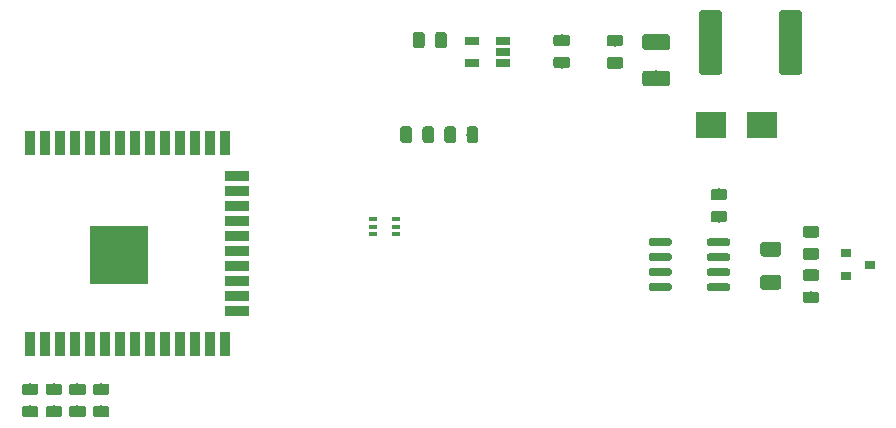
<source format=gbr>
G04 #@! TF.GenerationSoftware,KiCad,Pcbnew,(5.1.0)-1*
G04 #@! TF.CreationDate,2021-02-18T11:37:16+07:00*
G04 #@! TF.ProjectId,ESP32_BoardV1,45535033-325f-4426-9f61-726456312e6b,rev?*
G04 #@! TF.SameCoordinates,Original*
G04 #@! TF.FileFunction,Paste,Top*
G04 #@! TF.FilePolarity,Positive*
%FSLAX46Y46*%
G04 Gerber Fmt 4.6, Leading zero omitted, Abs format (unit mm)*
G04 Created by KiCad (PCBNEW (5.1.0)-1) date 2021-02-18 11:37:16*
%MOMM*%
%LPD*%
G04 APERTURE LIST*
%ADD10C,0.100000*%
%ADD11C,1.325000*%
%ADD12R,2.500000X2.300000*%
%ADD13R,0.900000X0.800000*%
%ADD14R,0.650000X0.400000*%
%ADD15C,1.250000*%
%ADD16C,0.600000*%
%ADD17R,5.000000X5.000000*%
%ADD18R,0.900000X2.000000*%
%ADD19R,2.000000X0.900000*%
%ADD20C,0.975000*%
%ADD21R,1.220000X0.650000*%
%ADD22C,1.925000*%
G04 APERTURE END LIST*
D10*
G36*
X187449505Y-94301204D02*
G01*
X187473773Y-94304804D01*
X187497572Y-94310765D01*
X187520671Y-94319030D01*
X187542850Y-94329520D01*
X187563893Y-94342132D01*
X187583599Y-94356747D01*
X187601777Y-94373223D01*
X187618253Y-94391401D01*
X187632868Y-94411107D01*
X187645480Y-94432150D01*
X187655970Y-94454329D01*
X187664235Y-94477428D01*
X187670196Y-94501227D01*
X187673796Y-94525495D01*
X187675000Y-94549999D01*
X187675000Y-95375001D01*
X187673796Y-95399505D01*
X187670196Y-95423773D01*
X187664235Y-95447572D01*
X187655970Y-95470671D01*
X187645480Y-95492850D01*
X187632868Y-95513893D01*
X187618253Y-95533599D01*
X187601777Y-95551777D01*
X187583599Y-95568253D01*
X187563893Y-95582868D01*
X187542850Y-95595480D01*
X187520671Y-95605970D01*
X187497572Y-95614235D01*
X187473773Y-95620196D01*
X187449505Y-95623796D01*
X187425001Y-95625000D01*
X185574999Y-95625000D01*
X185550495Y-95623796D01*
X185526227Y-95620196D01*
X185502428Y-95614235D01*
X185479329Y-95605970D01*
X185457150Y-95595480D01*
X185436107Y-95582868D01*
X185416401Y-95568253D01*
X185398223Y-95551777D01*
X185381747Y-95533599D01*
X185367132Y-95513893D01*
X185354520Y-95492850D01*
X185344030Y-95470671D01*
X185335765Y-95447572D01*
X185329804Y-95423773D01*
X185326204Y-95399505D01*
X185325000Y-95375001D01*
X185325000Y-94549999D01*
X185326204Y-94525495D01*
X185329804Y-94501227D01*
X185335765Y-94477428D01*
X185344030Y-94454329D01*
X185354520Y-94432150D01*
X185367132Y-94411107D01*
X185381747Y-94391401D01*
X185398223Y-94373223D01*
X185416401Y-94356747D01*
X185436107Y-94342132D01*
X185457150Y-94329520D01*
X185479329Y-94319030D01*
X185502428Y-94310765D01*
X185526227Y-94304804D01*
X185550495Y-94301204D01*
X185574999Y-94300000D01*
X187425001Y-94300000D01*
X187449505Y-94301204D01*
X187449505Y-94301204D01*
G37*
D11*
X186500000Y-94962500D03*
D10*
G36*
X187449505Y-97376204D02*
G01*
X187473773Y-97379804D01*
X187497572Y-97385765D01*
X187520671Y-97394030D01*
X187542850Y-97404520D01*
X187563893Y-97417132D01*
X187583599Y-97431747D01*
X187601777Y-97448223D01*
X187618253Y-97466401D01*
X187632868Y-97486107D01*
X187645480Y-97507150D01*
X187655970Y-97529329D01*
X187664235Y-97552428D01*
X187670196Y-97576227D01*
X187673796Y-97600495D01*
X187675000Y-97624999D01*
X187675000Y-98450001D01*
X187673796Y-98474505D01*
X187670196Y-98498773D01*
X187664235Y-98522572D01*
X187655970Y-98545671D01*
X187645480Y-98567850D01*
X187632868Y-98588893D01*
X187618253Y-98608599D01*
X187601777Y-98626777D01*
X187583599Y-98643253D01*
X187563893Y-98657868D01*
X187542850Y-98670480D01*
X187520671Y-98680970D01*
X187497572Y-98689235D01*
X187473773Y-98695196D01*
X187449505Y-98698796D01*
X187425001Y-98700000D01*
X185574999Y-98700000D01*
X185550495Y-98698796D01*
X185526227Y-98695196D01*
X185502428Y-98689235D01*
X185479329Y-98680970D01*
X185457150Y-98670480D01*
X185436107Y-98657868D01*
X185416401Y-98643253D01*
X185398223Y-98626777D01*
X185381747Y-98608599D01*
X185367132Y-98588893D01*
X185354520Y-98567850D01*
X185344030Y-98545671D01*
X185335765Y-98522572D01*
X185329804Y-98498773D01*
X185326204Y-98474505D01*
X185325000Y-98450001D01*
X185325000Y-97624999D01*
X185326204Y-97600495D01*
X185329804Y-97576227D01*
X185335765Y-97552428D01*
X185344030Y-97529329D01*
X185354520Y-97507150D01*
X185367132Y-97486107D01*
X185381747Y-97466401D01*
X185398223Y-97448223D01*
X185416401Y-97431747D01*
X185436107Y-97417132D01*
X185457150Y-97404520D01*
X185479329Y-97394030D01*
X185502428Y-97385765D01*
X185526227Y-97379804D01*
X185550495Y-97376204D01*
X185574999Y-97375000D01*
X187425001Y-97375000D01*
X187449505Y-97376204D01*
X187449505Y-97376204D01*
G37*
D11*
X186500000Y-98037500D03*
D12*
X191150000Y-102000000D03*
X195450000Y-102000000D03*
D13*
X202600000Y-112850000D03*
X202600000Y-114750000D03*
X204600000Y-113800000D03*
D14*
X164450000Y-111250000D03*
X164450000Y-109950000D03*
X162550000Y-110600000D03*
X164450000Y-110600000D03*
X162550000Y-109950000D03*
X162550000Y-111250000D03*
D10*
G36*
X196849504Y-114676204D02*
G01*
X196873773Y-114679804D01*
X196897571Y-114685765D01*
X196920671Y-114694030D01*
X196942849Y-114704520D01*
X196963893Y-114717133D01*
X196983598Y-114731747D01*
X197001777Y-114748223D01*
X197018253Y-114766402D01*
X197032867Y-114786107D01*
X197045480Y-114807151D01*
X197055970Y-114829329D01*
X197064235Y-114852429D01*
X197070196Y-114876227D01*
X197073796Y-114900496D01*
X197075000Y-114925000D01*
X197075000Y-115675000D01*
X197073796Y-115699504D01*
X197070196Y-115723773D01*
X197064235Y-115747571D01*
X197055970Y-115770671D01*
X197045480Y-115792849D01*
X197032867Y-115813893D01*
X197018253Y-115833598D01*
X197001777Y-115851777D01*
X196983598Y-115868253D01*
X196963893Y-115882867D01*
X196942849Y-115895480D01*
X196920671Y-115905970D01*
X196897571Y-115914235D01*
X196873773Y-115920196D01*
X196849504Y-115923796D01*
X196825000Y-115925000D01*
X195575000Y-115925000D01*
X195550496Y-115923796D01*
X195526227Y-115920196D01*
X195502429Y-115914235D01*
X195479329Y-115905970D01*
X195457151Y-115895480D01*
X195436107Y-115882867D01*
X195416402Y-115868253D01*
X195398223Y-115851777D01*
X195381747Y-115833598D01*
X195367133Y-115813893D01*
X195354520Y-115792849D01*
X195344030Y-115770671D01*
X195335765Y-115747571D01*
X195329804Y-115723773D01*
X195326204Y-115699504D01*
X195325000Y-115675000D01*
X195325000Y-114925000D01*
X195326204Y-114900496D01*
X195329804Y-114876227D01*
X195335765Y-114852429D01*
X195344030Y-114829329D01*
X195354520Y-114807151D01*
X195367133Y-114786107D01*
X195381747Y-114766402D01*
X195398223Y-114748223D01*
X195416402Y-114731747D01*
X195436107Y-114717133D01*
X195457151Y-114704520D01*
X195479329Y-114694030D01*
X195502429Y-114685765D01*
X195526227Y-114679804D01*
X195550496Y-114676204D01*
X195575000Y-114675000D01*
X196825000Y-114675000D01*
X196849504Y-114676204D01*
X196849504Y-114676204D01*
G37*
D15*
X196200000Y-115300000D03*
D10*
G36*
X196849504Y-111876204D02*
G01*
X196873773Y-111879804D01*
X196897571Y-111885765D01*
X196920671Y-111894030D01*
X196942849Y-111904520D01*
X196963893Y-111917133D01*
X196983598Y-111931747D01*
X197001777Y-111948223D01*
X197018253Y-111966402D01*
X197032867Y-111986107D01*
X197045480Y-112007151D01*
X197055970Y-112029329D01*
X197064235Y-112052429D01*
X197070196Y-112076227D01*
X197073796Y-112100496D01*
X197075000Y-112125000D01*
X197075000Y-112875000D01*
X197073796Y-112899504D01*
X197070196Y-112923773D01*
X197064235Y-112947571D01*
X197055970Y-112970671D01*
X197045480Y-112992849D01*
X197032867Y-113013893D01*
X197018253Y-113033598D01*
X197001777Y-113051777D01*
X196983598Y-113068253D01*
X196963893Y-113082867D01*
X196942849Y-113095480D01*
X196920671Y-113105970D01*
X196897571Y-113114235D01*
X196873773Y-113120196D01*
X196849504Y-113123796D01*
X196825000Y-113125000D01*
X195575000Y-113125000D01*
X195550496Y-113123796D01*
X195526227Y-113120196D01*
X195502429Y-113114235D01*
X195479329Y-113105970D01*
X195457151Y-113095480D01*
X195436107Y-113082867D01*
X195416402Y-113068253D01*
X195398223Y-113051777D01*
X195381747Y-113033598D01*
X195367133Y-113013893D01*
X195354520Y-112992849D01*
X195344030Y-112970671D01*
X195335765Y-112947571D01*
X195329804Y-112923773D01*
X195326204Y-112899504D01*
X195325000Y-112875000D01*
X195325000Y-112125000D01*
X195326204Y-112100496D01*
X195329804Y-112076227D01*
X195335765Y-112052429D01*
X195344030Y-112029329D01*
X195354520Y-112007151D01*
X195367133Y-111986107D01*
X195381747Y-111966402D01*
X195398223Y-111948223D01*
X195416402Y-111931747D01*
X195436107Y-111917133D01*
X195457151Y-111904520D01*
X195479329Y-111894030D01*
X195502429Y-111885765D01*
X195526227Y-111879804D01*
X195550496Y-111876204D01*
X195575000Y-111875000D01*
X196825000Y-111875000D01*
X196849504Y-111876204D01*
X196849504Y-111876204D01*
G37*
D15*
X196200000Y-112500000D03*
D10*
G36*
X187664703Y-111595722D02*
G01*
X187679264Y-111597882D01*
X187693543Y-111601459D01*
X187707403Y-111606418D01*
X187720710Y-111612712D01*
X187733336Y-111620280D01*
X187745159Y-111629048D01*
X187756066Y-111638934D01*
X187765952Y-111649841D01*
X187774720Y-111661664D01*
X187782288Y-111674290D01*
X187788582Y-111687597D01*
X187793541Y-111701457D01*
X187797118Y-111715736D01*
X187799278Y-111730297D01*
X187800000Y-111745000D01*
X187800000Y-112045000D01*
X187799278Y-112059703D01*
X187797118Y-112074264D01*
X187793541Y-112088543D01*
X187788582Y-112102403D01*
X187782288Y-112115710D01*
X187774720Y-112128336D01*
X187765952Y-112140159D01*
X187756066Y-112151066D01*
X187745159Y-112160952D01*
X187733336Y-112169720D01*
X187720710Y-112177288D01*
X187707403Y-112183582D01*
X187693543Y-112188541D01*
X187679264Y-112192118D01*
X187664703Y-112194278D01*
X187650000Y-112195000D01*
X186000000Y-112195000D01*
X185985297Y-112194278D01*
X185970736Y-112192118D01*
X185956457Y-112188541D01*
X185942597Y-112183582D01*
X185929290Y-112177288D01*
X185916664Y-112169720D01*
X185904841Y-112160952D01*
X185893934Y-112151066D01*
X185884048Y-112140159D01*
X185875280Y-112128336D01*
X185867712Y-112115710D01*
X185861418Y-112102403D01*
X185856459Y-112088543D01*
X185852882Y-112074264D01*
X185850722Y-112059703D01*
X185850000Y-112045000D01*
X185850000Y-111745000D01*
X185850722Y-111730297D01*
X185852882Y-111715736D01*
X185856459Y-111701457D01*
X185861418Y-111687597D01*
X185867712Y-111674290D01*
X185875280Y-111661664D01*
X185884048Y-111649841D01*
X185893934Y-111638934D01*
X185904841Y-111629048D01*
X185916664Y-111620280D01*
X185929290Y-111612712D01*
X185942597Y-111606418D01*
X185956457Y-111601459D01*
X185970736Y-111597882D01*
X185985297Y-111595722D01*
X186000000Y-111595000D01*
X187650000Y-111595000D01*
X187664703Y-111595722D01*
X187664703Y-111595722D01*
G37*
D16*
X186825000Y-111895000D03*
D10*
G36*
X187664703Y-112865722D02*
G01*
X187679264Y-112867882D01*
X187693543Y-112871459D01*
X187707403Y-112876418D01*
X187720710Y-112882712D01*
X187733336Y-112890280D01*
X187745159Y-112899048D01*
X187756066Y-112908934D01*
X187765952Y-112919841D01*
X187774720Y-112931664D01*
X187782288Y-112944290D01*
X187788582Y-112957597D01*
X187793541Y-112971457D01*
X187797118Y-112985736D01*
X187799278Y-113000297D01*
X187800000Y-113015000D01*
X187800000Y-113315000D01*
X187799278Y-113329703D01*
X187797118Y-113344264D01*
X187793541Y-113358543D01*
X187788582Y-113372403D01*
X187782288Y-113385710D01*
X187774720Y-113398336D01*
X187765952Y-113410159D01*
X187756066Y-113421066D01*
X187745159Y-113430952D01*
X187733336Y-113439720D01*
X187720710Y-113447288D01*
X187707403Y-113453582D01*
X187693543Y-113458541D01*
X187679264Y-113462118D01*
X187664703Y-113464278D01*
X187650000Y-113465000D01*
X186000000Y-113465000D01*
X185985297Y-113464278D01*
X185970736Y-113462118D01*
X185956457Y-113458541D01*
X185942597Y-113453582D01*
X185929290Y-113447288D01*
X185916664Y-113439720D01*
X185904841Y-113430952D01*
X185893934Y-113421066D01*
X185884048Y-113410159D01*
X185875280Y-113398336D01*
X185867712Y-113385710D01*
X185861418Y-113372403D01*
X185856459Y-113358543D01*
X185852882Y-113344264D01*
X185850722Y-113329703D01*
X185850000Y-113315000D01*
X185850000Y-113015000D01*
X185850722Y-113000297D01*
X185852882Y-112985736D01*
X185856459Y-112971457D01*
X185861418Y-112957597D01*
X185867712Y-112944290D01*
X185875280Y-112931664D01*
X185884048Y-112919841D01*
X185893934Y-112908934D01*
X185904841Y-112899048D01*
X185916664Y-112890280D01*
X185929290Y-112882712D01*
X185942597Y-112876418D01*
X185956457Y-112871459D01*
X185970736Y-112867882D01*
X185985297Y-112865722D01*
X186000000Y-112865000D01*
X187650000Y-112865000D01*
X187664703Y-112865722D01*
X187664703Y-112865722D01*
G37*
D16*
X186825000Y-113165000D03*
D10*
G36*
X187664703Y-114135722D02*
G01*
X187679264Y-114137882D01*
X187693543Y-114141459D01*
X187707403Y-114146418D01*
X187720710Y-114152712D01*
X187733336Y-114160280D01*
X187745159Y-114169048D01*
X187756066Y-114178934D01*
X187765952Y-114189841D01*
X187774720Y-114201664D01*
X187782288Y-114214290D01*
X187788582Y-114227597D01*
X187793541Y-114241457D01*
X187797118Y-114255736D01*
X187799278Y-114270297D01*
X187800000Y-114285000D01*
X187800000Y-114585000D01*
X187799278Y-114599703D01*
X187797118Y-114614264D01*
X187793541Y-114628543D01*
X187788582Y-114642403D01*
X187782288Y-114655710D01*
X187774720Y-114668336D01*
X187765952Y-114680159D01*
X187756066Y-114691066D01*
X187745159Y-114700952D01*
X187733336Y-114709720D01*
X187720710Y-114717288D01*
X187707403Y-114723582D01*
X187693543Y-114728541D01*
X187679264Y-114732118D01*
X187664703Y-114734278D01*
X187650000Y-114735000D01*
X186000000Y-114735000D01*
X185985297Y-114734278D01*
X185970736Y-114732118D01*
X185956457Y-114728541D01*
X185942597Y-114723582D01*
X185929290Y-114717288D01*
X185916664Y-114709720D01*
X185904841Y-114700952D01*
X185893934Y-114691066D01*
X185884048Y-114680159D01*
X185875280Y-114668336D01*
X185867712Y-114655710D01*
X185861418Y-114642403D01*
X185856459Y-114628543D01*
X185852882Y-114614264D01*
X185850722Y-114599703D01*
X185850000Y-114585000D01*
X185850000Y-114285000D01*
X185850722Y-114270297D01*
X185852882Y-114255736D01*
X185856459Y-114241457D01*
X185861418Y-114227597D01*
X185867712Y-114214290D01*
X185875280Y-114201664D01*
X185884048Y-114189841D01*
X185893934Y-114178934D01*
X185904841Y-114169048D01*
X185916664Y-114160280D01*
X185929290Y-114152712D01*
X185942597Y-114146418D01*
X185956457Y-114141459D01*
X185970736Y-114137882D01*
X185985297Y-114135722D01*
X186000000Y-114135000D01*
X187650000Y-114135000D01*
X187664703Y-114135722D01*
X187664703Y-114135722D01*
G37*
D16*
X186825000Y-114435000D03*
D10*
G36*
X187664703Y-115405722D02*
G01*
X187679264Y-115407882D01*
X187693543Y-115411459D01*
X187707403Y-115416418D01*
X187720710Y-115422712D01*
X187733336Y-115430280D01*
X187745159Y-115439048D01*
X187756066Y-115448934D01*
X187765952Y-115459841D01*
X187774720Y-115471664D01*
X187782288Y-115484290D01*
X187788582Y-115497597D01*
X187793541Y-115511457D01*
X187797118Y-115525736D01*
X187799278Y-115540297D01*
X187800000Y-115555000D01*
X187800000Y-115855000D01*
X187799278Y-115869703D01*
X187797118Y-115884264D01*
X187793541Y-115898543D01*
X187788582Y-115912403D01*
X187782288Y-115925710D01*
X187774720Y-115938336D01*
X187765952Y-115950159D01*
X187756066Y-115961066D01*
X187745159Y-115970952D01*
X187733336Y-115979720D01*
X187720710Y-115987288D01*
X187707403Y-115993582D01*
X187693543Y-115998541D01*
X187679264Y-116002118D01*
X187664703Y-116004278D01*
X187650000Y-116005000D01*
X186000000Y-116005000D01*
X185985297Y-116004278D01*
X185970736Y-116002118D01*
X185956457Y-115998541D01*
X185942597Y-115993582D01*
X185929290Y-115987288D01*
X185916664Y-115979720D01*
X185904841Y-115970952D01*
X185893934Y-115961066D01*
X185884048Y-115950159D01*
X185875280Y-115938336D01*
X185867712Y-115925710D01*
X185861418Y-115912403D01*
X185856459Y-115898543D01*
X185852882Y-115884264D01*
X185850722Y-115869703D01*
X185850000Y-115855000D01*
X185850000Y-115555000D01*
X185850722Y-115540297D01*
X185852882Y-115525736D01*
X185856459Y-115511457D01*
X185861418Y-115497597D01*
X185867712Y-115484290D01*
X185875280Y-115471664D01*
X185884048Y-115459841D01*
X185893934Y-115448934D01*
X185904841Y-115439048D01*
X185916664Y-115430280D01*
X185929290Y-115422712D01*
X185942597Y-115416418D01*
X185956457Y-115411459D01*
X185970736Y-115407882D01*
X185985297Y-115405722D01*
X186000000Y-115405000D01*
X187650000Y-115405000D01*
X187664703Y-115405722D01*
X187664703Y-115405722D01*
G37*
D16*
X186825000Y-115705000D03*
D10*
G36*
X192614703Y-115405722D02*
G01*
X192629264Y-115407882D01*
X192643543Y-115411459D01*
X192657403Y-115416418D01*
X192670710Y-115422712D01*
X192683336Y-115430280D01*
X192695159Y-115439048D01*
X192706066Y-115448934D01*
X192715952Y-115459841D01*
X192724720Y-115471664D01*
X192732288Y-115484290D01*
X192738582Y-115497597D01*
X192743541Y-115511457D01*
X192747118Y-115525736D01*
X192749278Y-115540297D01*
X192750000Y-115555000D01*
X192750000Y-115855000D01*
X192749278Y-115869703D01*
X192747118Y-115884264D01*
X192743541Y-115898543D01*
X192738582Y-115912403D01*
X192732288Y-115925710D01*
X192724720Y-115938336D01*
X192715952Y-115950159D01*
X192706066Y-115961066D01*
X192695159Y-115970952D01*
X192683336Y-115979720D01*
X192670710Y-115987288D01*
X192657403Y-115993582D01*
X192643543Y-115998541D01*
X192629264Y-116002118D01*
X192614703Y-116004278D01*
X192600000Y-116005000D01*
X190950000Y-116005000D01*
X190935297Y-116004278D01*
X190920736Y-116002118D01*
X190906457Y-115998541D01*
X190892597Y-115993582D01*
X190879290Y-115987288D01*
X190866664Y-115979720D01*
X190854841Y-115970952D01*
X190843934Y-115961066D01*
X190834048Y-115950159D01*
X190825280Y-115938336D01*
X190817712Y-115925710D01*
X190811418Y-115912403D01*
X190806459Y-115898543D01*
X190802882Y-115884264D01*
X190800722Y-115869703D01*
X190800000Y-115855000D01*
X190800000Y-115555000D01*
X190800722Y-115540297D01*
X190802882Y-115525736D01*
X190806459Y-115511457D01*
X190811418Y-115497597D01*
X190817712Y-115484290D01*
X190825280Y-115471664D01*
X190834048Y-115459841D01*
X190843934Y-115448934D01*
X190854841Y-115439048D01*
X190866664Y-115430280D01*
X190879290Y-115422712D01*
X190892597Y-115416418D01*
X190906457Y-115411459D01*
X190920736Y-115407882D01*
X190935297Y-115405722D01*
X190950000Y-115405000D01*
X192600000Y-115405000D01*
X192614703Y-115405722D01*
X192614703Y-115405722D01*
G37*
D16*
X191775000Y-115705000D03*
D10*
G36*
X192614703Y-114135722D02*
G01*
X192629264Y-114137882D01*
X192643543Y-114141459D01*
X192657403Y-114146418D01*
X192670710Y-114152712D01*
X192683336Y-114160280D01*
X192695159Y-114169048D01*
X192706066Y-114178934D01*
X192715952Y-114189841D01*
X192724720Y-114201664D01*
X192732288Y-114214290D01*
X192738582Y-114227597D01*
X192743541Y-114241457D01*
X192747118Y-114255736D01*
X192749278Y-114270297D01*
X192750000Y-114285000D01*
X192750000Y-114585000D01*
X192749278Y-114599703D01*
X192747118Y-114614264D01*
X192743541Y-114628543D01*
X192738582Y-114642403D01*
X192732288Y-114655710D01*
X192724720Y-114668336D01*
X192715952Y-114680159D01*
X192706066Y-114691066D01*
X192695159Y-114700952D01*
X192683336Y-114709720D01*
X192670710Y-114717288D01*
X192657403Y-114723582D01*
X192643543Y-114728541D01*
X192629264Y-114732118D01*
X192614703Y-114734278D01*
X192600000Y-114735000D01*
X190950000Y-114735000D01*
X190935297Y-114734278D01*
X190920736Y-114732118D01*
X190906457Y-114728541D01*
X190892597Y-114723582D01*
X190879290Y-114717288D01*
X190866664Y-114709720D01*
X190854841Y-114700952D01*
X190843934Y-114691066D01*
X190834048Y-114680159D01*
X190825280Y-114668336D01*
X190817712Y-114655710D01*
X190811418Y-114642403D01*
X190806459Y-114628543D01*
X190802882Y-114614264D01*
X190800722Y-114599703D01*
X190800000Y-114585000D01*
X190800000Y-114285000D01*
X190800722Y-114270297D01*
X190802882Y-114255736D01*
X190806459Y-114241457D01*
X190811418Y-114227597D01*
X190817712Y-114214290D01*
X190825280Y-114201664D01*
X190834048Y-114189841D01*
X190843934Y-114178934D01*
X190854841Y-114169048D01*
X190866664Y-114160280D01*
X190879290Y-114152712D01*
X190892597Y-114146418D01*
X190906457Y-114141459D01*
X190920736Y-114137882D01*
X190935297Y-114135722D01*
X190950000Y-114135000D01*
X192600000Y-114135000D01*
X192614703Y-114135722D01*
X192614703Y-114135722D01*
G37*
D16*
X191775000Y-114435000D03*
D10*
G36*
X192614703Y-112865722D02*
G01*
X192629264Y-112867882D01*
X192643543Y-112871459D01*
X192657403Y-112876418D01*
X192670710Y-112882712D01*
X192683336Y-112890280D01*
X192695159Y-112899048D01*
X192706066Y-112908934D01*
X192715952Y-112919841D01*
X192724720Y-112931664D01*
X192732288Y-112944290D01*
X192738582Y-112957597D01*
X192743541Y-112971457D01*
X192747118Y-112985736D01*
X192749278Y-113000297D01*
X192750000Y-113015000D01*
X192750000Y-113315000D01*
X192749278Y-113329703D01*
X192747118Y-113344264D01*
X192743541Y-113358543D01*
X192738582Y-113372403D01*
X192732288Y-113385710D01*
X192724720Y-113398336D01*
X192715952Y-113410159D01*
X192706066Y-113421066D01*
X192695159Y-113430952D01*
X192683336Y-113439720D01*
X192670710Y-113447288D01*
X192657403Y-113453582D01*
X192643543Y-113458541D01*
X192629264Y-113462118D01*
X192614703Y-113464278D01*
X192600000Y-113465000D01*
X190950000Y-113465000D01*
X190935297Y-113464278D01*
X190920736Y-113462118D01*
X190906457Y-113458541D01*
X190892597Y-113453582D01*
X190879290Y-113447288D01*
X190866664Y-113439720D01*
X190854841Y-113430952D01*
X190843934Y-113421066D01*
X190834048Y-113410159D01*
X190825280Y-113398336D01*
X190817712Y-113385710D01*
X190811418Y-113372403D01*
X190806459Y-113358543D01*
X190802882Y-113344264D01*
X190800722Y-113329703D01*
X190800000Y-113315000D01*
X190800000Y-113015000D01*
X190800722Y-113000297D01*
X190802882Y-112985736D01*
X190806459Y-112971457D01*
X190811418Y-112957597D01*
X190817712Y-112944290D01*
X190825280Y-112931664D01*
X190834048Y-112919841D01*
X190843934Y-112908934D01*
X190854841Y-112899048D01*
X190866664Y-112890280D01*
X190879290Y-112882712D01*
X190892597Y-112876418D01*
X190906457Y-112871459D01*
X190920736Y-112867882D01*
X190935297Y-112865722D01*
X190950000Y-112865000D01*
X192600000Y-112865000D01*
X192614703Y-112865722D01*
X192614703Y-112865722D01*
G37*
D16*
X191775000Y-113165000D03*
D10*
G36*
X192614703Y-111595722D02*
G01*
X192629264Y-111597882D01*
X192643543Y-111601459D01*
X192657403Y-111606418D01*
X192670710Y-111612712D01*
X192683336Y-111620280D01*
X192695159Y-111629048D01*
X192706066Y-111638934D01*
X192715952Y-111649841D01*
X192724720Y-111661664D01*
X192732288Y-111674290D01*
X192738582Y-111687597D01*
X192743541Y-111701457D01*
X192747118Y-111715736D01*
X192749278Y-111730297D01*
X192750000Y-111745000D01*
X192750000Y-112045000D01*
X192749278Y-112059703D01*
X192747118Y-112074264D01*
X192743541Y-112088543D01*
X192738582Y-112102403D01*
X192732288Y-112115710D01*
X192724720Y-112128336D01*
X192715952Y-112140159D01*
X192706066Y-112151066D01*
X192695159Y-112160952D01*
X192683336Y-112169720D01*
X192670710Y-112177288D01*
X192657403Y-112183582D01*
X192643543Y-112188541D01*
X192629264Y-112192118D01*
X192614703Y-112194278D01*
X192600000Y-112195000D01*
X190950000Y-112195000D01*
X190935297Y-112194278D01*
X190920736Y-112192118D01*
X190906457Y-112188541D01*
X190892597Y-112183582D01*
X190879290Y-112177288D01*
X190866664Y-112169720D01*
X190854841Y-112160952D01*
X190843934Y-112151066D01*
X190834048Y-112140159D01*
X190825280Y-112128336D01*
X190817712Y-112115710D01*
X190811418Y-112102403D01*
X190806459Y-112088543D01*
X190802882Y-112074264D01*
X190800722Y-112059703D01*
X190800000Y-112045000D01*
X190800000Y-111745000D01*
X190800722Y-111730297D01*
X190802882Y-111715736D01*
X190806459Y-111701457D01*
X190811418Y-111687597D01*
X190817712Y-111674290D01*
X190825280Y-111661664D01*
X190834048Y-111649841D01*
X190843934Y-111638934D01*
X190854841Y-111629048D01*
X190866664Y-111620280D01*
X190879290Y-111612712D01*
X190892597Y-111606418D01*
X190906457Y-111601459D01*
X190920736Y-111597882D01*
X190935297Y-111595722D01*
X190950000Y-111595000D01*
X192600000Y-111595000D01*
X192614703Y-111595722D01*
X192614703Y-111595722D01*
G37*
D16*
X191775000Y-111895000D03*
D17*
X141000000Y-113000000D03*
D18*
X133500000Y-120500000D03*
X134770000Y-120500000D03*
X136040000Y-120500000D03*
X137310000Y-120500000D03*
X138580000Y-120500000D03*
X139850000Y-120500000D03*
X141120000Y-120500000D03*
X142390000Y-120500000D03*
X143660000Y-120500000D03*
X144930000Y-120500000D03*
X146200000Y-120500000D03*
X147470000Y-120500000D03*
X148740000Y-120500000D03*
X150010000Y-120500000D03*
D19*
X151010000Y-117715000D03*
X151010000Y-116445000D03*
X151010000Y-115175000D03*
X151010000Y-113905000D03*
X151010000Y-112635000D03*
X151010000Y-111365000D03*
X151010000Y-110095000D03*
X151010000Y-108825000D03*
X151010000Y-107555000D03*
X151010000Y-106285000D03*
D18*
X150010000Y-103500000D03*
X148740000Y-103500000D03*
X147470000Y-103500000D03*
X146200000Y-103500000D03*
X144930000Y-103500000D03*
X143660000Y-103500000D03*
X142390000Y-103500000D03*
X141120000Y-103500000D03*
X139850000Y-103500000D03*
X138580000Y-103500000D03*
X137310000Y-103500000D03*
X136040000Y-103500000D03*
X134770000Y-103500000D03*
X133500000Y-103500000D03*
D10*
G36*
X165592642Y-102101174D02*
G01*
X165616303Y-102104684D01*
X165639507Y-102110496D01*
X165662029Y-102118554D01*
X165683653Y-102128782D01*
X165704170Y-102141079D01*
X165723383Y-102155329D01*
X165741107Y-102171393D01*
X165757171Y-102189117D01*
X165771421Y-102208330D01*
X165783718Y-102228847D01*
X165793946Y-102250471D01*
X165802004Y-102272993D01*
X165807816Y-102296197D01*
X165811326Y-102319858D01*
X165812500Y-102343750D01*
X165812500Y-103256250D01*
X165811326Y-103280142D01*
X165807816Y-103303803D01*
X165802004Y-103327007D01*
X165793946Y-103349529D01*
X165783718Y-103371153D01*
X165771421Y-103391670D01*
X165757171Y-103410883D01*
X165741107Y-103428607D01*
X165723383Y-103444671D01*
X165704170Y-103458921D01*
X165683653Y-103471218D01*
X165662029Y-103481446D01*
X165639507Y-103489504D01*
X165616303Y-103495316D01*
X165592642Y-103498826D01*
X165568750Y-103500000D01*
X165081250Y-103500000D01*
X165057358Y-103498826D01*
X165033697Y-103495316D01*
X165010493Y-103489504D01*
X164987971Y-103481446D01*
X164966347Y-103471218D01*
X164945830Y-103458921D01*
X164926617Y-103444671D01*
X164908893Y-103428607D01*
X164892829Y-103410883D01*
X164878579Y-103391670D01*
X164866282Y-103371153D01*
X164856054Y-103349529D01*
X164847996Y-103327007D01*
X164842184Y-103303803D01*
X164838674Y-103280142D01*
X164837500Y-103256250D01*
X164837500Y-102343750D01*
X164838674Y-102319858D01*
X164842184Y-102296197D01*
X164847996Y-102272993D01*
X164856054Y-102250471D01*
X164866282Y-102228847D01*
X164878579Y-102208330D01*
X164892829Y-102189117D01*
X164908893Y-102171393D01*
X164926617Y-102155329D01*
X164945830Y-102141079D01*
X164966347Y-102128782D01*
X164987971Y-102118554D01*
X165010493Y-102110496D01*
X165033697Y-102104684D01*
X165057358Y-102101174D01*
X165081250Y-102100000D01*
X165568750Y-102100000D01*
X165592642Y-102101174D01*
X165592642Y-102101174D01*
G37*
D20*
X165325000Y-102800000D03*
D10*
G36*
X167467642Y-102101174D02*
G01*
X167491303Y-102104684D01*
X167514507Y-102110496D01*
X167537029Y-102118554D01*
X167558653Y-102128782D01*
X167579170Y-102141079D01*
X167598383Y-102155329D01*
X167616107Y-102171393D01*
X167632171Y-102189117D01*
X167646421Y-102208330D01*
X167658718Y-102228847D01*
X167668946Y-102250471D01*
X167677004Y-102272993D01*
X167682816Y-102296197D01*
X167686326Y-102319858D01*
X167687500Y-102343750D01*
X167687500Y-103256250D01*
X167686326Y-103280142D01*
X167682816Y-103303803D01*
X167677004Y-103327007D01*
X167668946Y-103349529D01*
X167658718Y-103371153D01*
X167646421Y-103391670D01*
X167632171Y-103410883D01*
X167616107Y-103428607D01*
X167598383Y-103444671D01*
X167579170Y-103458921D01*
X167558653Y-103471218D01*
X167537029Y-103481446D01*
X167514507Y-103489504D01*
X167491303Y-103495316D01*
X167467642Y-103498826D01*
X167443750Y-103500000D01*
X166956250Y-103500000D01*
X166932358Y-103498826D01*
X166908697Y-103495316D01*
X166885493Y-103489504D01*
X166862971Y-103481446D01*
X166841347Y-103471218D01*
X166820830Y-103458921D01*
X166801617Y-103444671D01*
X166783893Y-103428607D01*
X166767829Y-103410883D01*
X166753579Y-103391670D01*
X166741282Y-103371153D01*
X166731054Y-103349529D01*
X166722996Y-103327007D01*
X166717184Y-103303803D01*
X166713674Y-103280142D01*
X166712500Y-103256250D01*
X166712500Y-102343750D01*
X166713674Y-102319858D01*
X166717184Y-102296197D01*
X166722996Y-102272993D01*
X166731054Y-102250471D01*
X166741282Y-102228847D01*
X166753579Y-102208330D01*
X166767829Y-102189117D01*
X166783893Y-102171393D01*
X166801617Y-102155329D01*
X166820830Y-102141079D01*
X166841347Y-102128782D01*
X166862971Y-102118554D01*
X166885493Y-102110496D01*
X166908697Y-102104684D01*
X166932358Y-102101174D01*
X166956250Y-102100000D01*
X167443750Y-102100000D01*
X167467642Y-102101174D01*
X167467642Y-102101174D01*
G37*
D20*
X167200000Y-102800000D03*
D21*
X173510000Y-96750000D03*
X173510000Y-95800000D03*
X173510000Y-94850000D03*
X170890000Y-94850000D03*
X170890000Y-96750000D03*
D10*
G36*
X191849505Y-92276204D02*
G01*
X191873773Y-92279804D01*
X191897572Y-92285765D01*
X191920671Y-92294030D01*
X191942850Y-92304520D01*
X191963893Y-92317132D01*
X191983599Y-92331747D01*
X192001777Y-92348223D01*
X192018253Y-92366401D01*
X192032868Y-92386107D01*
X192045480Y-92407150D01*
X192055970Y-92429329D01*
X192064235Y-92452428D01*
X192070196Y-92476227D01*
X192073796Y-92500495D01*
X192075000Y-92524999D01*
X192075000Y-97475001D01*
X192073796Y-97499505D01*
X192070196Y-97523773D01*
X192064235Y-97547572D01*
X192055970Y-97570671D01*
X192045480Y-97592850D01*
X192032868Y-97613893D01*
X192018253Y-97633599D01*
X192001777Y-97651777D01*
X191983599Y-97668253D01*
X191963893Y-97682868D01*
X191942850Y-97695480D01*
X191920671Y-97705970D01*
X191897572Y-97714235D01*
X191873773Y-97720196D01*
X191849505Y-97723796D01*
X191825001Y-97725000D01*
X190399999Y-97725000D01*
X190375495Y-97723796D01*
X190351227Y-97720196D01*
X190327428Y-97714235D01*
X190304329Y-97705970D01*
X190282150Y-97695480D01*
X190261107Y-97682868D01*
X190241401Y-97668253D01*
X190223223Y-97651777D01*
X190206747Y-97633599D01*
X190192132Y-97613893D01*
X190179520Y-97592850D01*
X190169030Y-97570671D01*
X190160765Y-97547572D01*
X190154804Y-97523773D01*
X190151204Y-97499505D01*
X190150000Y-97475001D01*
X190150000Y-92524999D01*
X190151204Y-92500495D01*
X190154804Y-92476227D01*
X190160765Y-92452428D01*
X190169030Y-92429329D01*
X190179520Y-92407150D01*
X190192132Y-92386107D01*
X190206747Y-92366401D01*
X190223223Y-92348223D01*
X190241401Y-92331747D01*
X190261107Y-92317132D01*
X190282150Y-92304520D01*
X190304329Y-92294030D01*
X190327428Y-92285765D01*
X190351227Y-92279804D01*
X190375495Y-92276204D01*
X190399999Y-92275000D01*
X191825001Y-92275000D01*
X191849505Y-92276204D01*
X191849505Y-92276204D01*
G37*
D22*
X191112500Y-95000000D03*
D10*
G36*
X198624505Y-92276204D02*
G01*
X198648773Y-92279804D01*
X198672572Y-92285765D01*
X198695671Y-92294030D01*
X198717850Y-92304520D01*
X198738893Y-92317132D01*
X198758599Y-92331747D01*
X198776777Y-92348223D01*
X198793253Y-92366401D01*
X198807868Y-92386107D01*
X198820480Y-92407150D01*
X198830970Y-92429329D01*
X198839235Y-92452428D01*
X198845196Y-92476227D01*
X198848796Y-92500495D01*
X198850000Y-92524999D01*
X198850000Y-97475001D01*
X198848796Y-97499505D01*
X198845196Y-97523773D01*
X198839235Y-97547572D01*
X198830970Y-97570671D01*
X198820480Y-97592850D01*
X198807868Y-97613893D01*
X198793253Y-97633599D01*
X198776777Y-97651777D01*
X198758599Y-97668253D01*
X198738893Y-97682868D01*
X198717850Y-97695480D01*
X198695671Y-97705970D01*
X198672572Y-97714235D01*
X198648773Y-97720196D01*
X198624505Y-97723796D01*
X198600001Y-97725000D01*
X197174999Y-97725000D01*
X197150495Y-97723796D01*
X197126227Y-97720196D01*
X197102428Y-97714235D01*
X197079329Y-97705970D01*
X197057150Y-97695480D01*
X197036107Y-97682868D01*
X197016401Y-97668253D01*
X196998223Y-97651777D01*
X196981747Y-97633599D01*
X196967132Y-97613893D01*
X196954520Y-97592850D01*
X196944030Y-97570671D01*
X196935765Y-97547572D01*
X196929804Y-97523773D01*
X196926204Y-97499505D01*
X196925000Y-97475001D01*
X196925000Y-92524999D01*
X196926204Y-92500495D01*
X196929804Y-92476227D01*
X196935765Y-92452428D01*
X196944030Y-92429329D01*
X196954520Y-92407150D01*
X196967132Y-92386107D01*
X196981747Y-92366401D01*
X196998223Y-92348223D01*
X197016401Y-92331747D01*
X197036107Y-92317132D01*
X197057150Y-92304520D01*
X197079329Y-92294030D01*
X197102428Y-92285765D01*
X197126227Y-92279804D01*
X197150495Y-92276204D01*
X197174999Y-92275000D01*
X198600001Y-92275000D01*
X198624505Y-92276204D01*
X198624505Y-92276204D01*
G37*
D22*
X197887500Y-95000000D03*
D10*
G36*
X192280142Y-109251174D02*
G01*
X192303803Y-109254684D01*
X192327007Y-109260496D01*
X192349529Y-109268554D01*
X192371153Y-109278782D01*
X192391670Y-109291079D01*
X192410883Y-109305329D01*
X192428607Y-109321393D01*
X192444671Y-109339117D01*
X192458921Y-109358330D01*
X192471218Y-109378847D01*
X192481446Y-109400471D01*
X192489504Y-109422993D01*
X192495316Y-109446197D01*
X192498826Y-109469858D01*
X192500000Y-109493750D01*
X192500000Y-109981250D01*
X192498826Y-110005142D01*
X192495316Y-110028803D01*
X192489504Y-110052007D01*
X192481446Y-110074529D01*
X192471218Y-110096153D01*
X192458921Y-110116670D01*
X192444671Y-110135883D01*
X192428607Y-110153607D01*
X192410883Y-110169671D01*
X192391670Y-110183921D01*
X192371153Y-110196218D01*
X192349529Y-110206446D01*
X192327007Y-110214504D01*
X192303803Y-110220316D01*
X192280142Y-110223826D01*
X192256250Y-110225000D01*
X191343750Y-110225000D01*
X191319858Y-110223826D01*
X191296197Y-110220316D01*
X191272993Y-110214504D01*
X191250471Y-110206446D01*
X191228847Y-110196218D01*
X191208330Y-110183921D01*
X191189117Y-110169671D01*
X191171393Y-110153607D01*
X191155329Y-110135883D01*
X191141079Y-110116670D01*
X191128782Y-110096153D01*
X191118554Y-110074529D01*
X191110496Y-110052007D01*
X191104684Y-110028803D01*
X191101174Y-110005142D01*
X191100000Y-109981250D01*
X191100000Y-109493750D01*
X191101174Y-109469858D01*
X191104684Y-109446197D01*
X191110496Y-109422993D01*
X191118554Y-109400471D01*
X191128782Y-109378847D01*
X191141079Y-109358330D01*
X191155329Y-109339117D01*
X191171393Y-109321393D01*
X191189117Y-109305329D01*
X191208330Y-109291079D01*
X191228847Y-109278782D01*
X191250471Y-109268554D01*
X191272993Y-109260496D01*
X191296197Y-109254684D01*
X191319858Y-109251174D01*
X191343750Y-109250000D01*
X192256250Y-109250000D01*
X192280142Y-109251174D01*
X192280142Y-109251174D01*
G37*
D20*
X191800000Y-109737500D03*
D10*
G36*
X192280142Y-107376174D02*
G01*
X192303803Y-107379684D01*
X192327007Y-107385496D01*
X192349529Y-107393554D01*
X192371153Y-107403782D01*
X192391670Y-107416079D01*
X192410883Y-107430329D01*
X192428607Y-107446393D01*
X192444671Y-107464117D01*
X192458921Y-107483330D01*
X192471218Y-107503847D01*
X192481446Y-107525471D01*
X192489504Y-107547993D01*
X192495316Y-107571197D01*
X192498826Y-107594858D01*
X192500000Y-107618750D01*
X192500000Y-108106250D01*
X192498826Y-108130142D01*
X192495316Y-108153803D01*
X192489504Y-108177007D01*
X192481446Y-108199529D01*
X192471218Y-108221153D01*
X192458921Y-108241670D01*
X192444671Y-108260883D01*
X192428607Y-108278607D01*
X192410883Y-108294671D01*
X192391670Y-108308921D01*
X192371153Y-108321218D01*
X192349529Y-108331446D01*
X192327007Y-108339504D01*
X192303803Y-108345316D01*
X192280142Y-108348826D01*
X192256250Y-108350000D01*
X191343750Y-108350000D01*
X191319858Y-108348826D01*
X191296197Y-108345316D01*
X191272993Y-108339504D01*
X191250471Y-108331446D01*
X191228847Y-108321218D01*
X191208330Y-108308921D01*
X191189117Y-108294671D01*
X191171393Y-108278607D01*
X191155329Y-108260883D01*
X191141079Y-108241670D01*
X191128782Y-108221153D01*
X191118554Y-108199529D01*
X191110496Y-108177007D01*
X191104684Y-108153803D01*
X191101174Y-108130142D01*
X191100000Y-108106250D01*
X191100000Y-107618750D01*
X191101174Y-107594858D01*
X191104684Y-107571197D01*
X191110496Y-107547993D01*
X191118554Y-107525471D01*
X191128782Y-107503847D01*
X191141079Y-107483330D01*
X191155329Y-107464117D01*
X191171393Y-107446393D01*
X191189117Y-107430329D01*
X191208330Y-107416079D01*
X191228847Y-107403782D01*
X191250471Y-107393554D01*
X191272993Y-107385496D01*
X191296197Y-107379684D01*
X191319858Y-107376174D01*
X191343750Y-107375000D01*
X192256250Y-107375000D01*
X192280142Y-107376174D01*
X192280142Y-107376174D01*
G37*
D20*
X191800000Y-107862500D03*
D10*
G36*
X183480142Y-94363674D02*
G01*
X183503803Y-94367184D01*
X183527007Y-94372996D01*
X183549529Y-94381054D01*
X183571153Y-94391282D01*
X183591670Y-94403579D01*
X183610883Y-94417829D01*
X183628607Y-94433893D01*
X183644671Y-94451617D01*
X183658921Y-94470830D01*
X183671218Y-94491347D01*
X183681446Y-94512971D01*
X183689504Y-94535493D01*
X183695316Y-94558697D01*
X183698826Y-94582358D01*
X183700000Y-94606250D01*
X183700000Y-95093750D01*
X183698826Y-95117642D01*
X183695316Y-95141303D01*
X183689504Y-95164507D01*
X183681446Y-95187029D01*
X183671218Y-95208653D01*
X183658921Y-95229170D01*
X183644671Y-95248383D01*
X183628607Y-95266107D01*
X183610883Y-95282171D01*
X183591670Y-95296421D01*
X183571153Y-95308718D01*
X183549529Y-95318946D01*
X183527007Y-95327004D01*
X183503803Y-95332816D01*
X183480142Y-95336326D01*
X183456250Y-95337500D01*
X182543750Y-95337500D01*
X182519858Y-95336326D01*
X182496197Y-95332816D01*
X182472993Y-95327004D01*
X182450471Y-95318946D01*
X182428847Y-95308718D01*
X182408330Y-95296421D01*
X182389117Y-95282171D01*
X182371393Y-95266107D01*
X182355329Y-95248383D01*
X182341079Y-95229170D01*
X182328782Y-95208653D01*
X182318554Y-95187029D01*
X182310496Y-95164507D01*
X182304684Y-95141303D01*
X182301174Y-95117642D01*
X182300000Y-95093750D01*
X182300000Y-94606250D01*
X182301174Y-94582358D01*
X182304684Y-94558697D01*
X182310496Y-94535493D01*
X182318554Y-94512971D01*
X182328782Y-94491347D01*
X182341079Y-94470830D01*
X182355329Y-94451617D01*
X182371393Y-94433893D01*
X182389117Y-94417829D01*
X182408330Y-94403579D01*
X182428847Y-94391282D01*
X182450471Y-94381054D01*
X182472993Y-94372996D01*
X182496197Y-94367184D01*
X182519858Y-94363674D01*
X182543750Y-94362500D01*
X183456250Y-94362500D01*
X183480142Y-94363674D01*
X183480142Y-94363674D01*
G37*
D20*
X183000000Y-94850000D03*
D10*
G36*
X183480142Y-96238674D02*
G01*
X183503803Y-96242184D01*
X183527007Y-96247996D01*
X183549529Y-96256054D01*
X183571153Y-96266282D01*
X183591670Y-96278579D01*
X183610883Y-96292829D01*
X183628607Y-96308893D01*
X183644671Y-96326617D01*
X183658921Y-96345830D01*
X183671218Y-96366347D01*
X183681446Y-96387971D01*
X183689504Y-96410493D01*
X183695316Y-96433697D01*
X183698826Y-96457358D01*
X183700000Y-96481250D01*
X183700000Y-96968750D01*
X183698826Y-96992642D01*
X183695316Y-97016303D01*
X183689504Y-97039507D01*
X183681446Y-97062029D01*
X183671218Y-97083653D01*
X183658921Y-97104170D01*
X183644671Y-97123383D01*
X183628607Y-97141107D01*
X183610883Y-97157171D01*
X183591670Y-97171421D01*
X183571153Y-97183718D01*
X183549529Y-97193946D01*
X183527007Y-97202004D01*
X183503803Y-97207816D01*
X183480142Y-97211326D01*
X183456250Y-97212500D01*
X182543750Y-97212500D01*
X182519858Y-97211326D01*
X182496197Y-97207816D01*
X182472993Y-97202004D01*
X182450471Y-97193946D01*
X182428847Y-97183718D01*
X182408330Y-97171421D01*
X182389117Y-97157171D01*
X182371393Y-97141107D01*
X182355329Y-97123383D01*
X182341079Y-97104170D01*
X182328782Y-97083653D01*
X182318554Y-97062029D01*
X182310496Y-97039507D01*
X182304684Y-97016303D01*
X182301174Y-96992642D01*
X182300000Y-96968750D01*
X182300000Y-96481250D01*
X182301174Y-96457358D01*
X182304684Y-96433697D01*
X182310496Y-96410493D01*
X182318554Y-96387971D01*
X182328782Y-96366347D01*
X182341079Y-96345830D01*
X182355329Y-96326617D01*
X182371393Y-96308893D01*
X182389117Y-96292829D01*
X182408330Y-96278579D01*
X182428847Y-96266282D01*
X182450471Y-96256054D01*
X182472993Y-96247996D01*
X182496197Y-96242184D01*
X182519858Y-96238674D01*
X182543750Y-96237500D01*
X183456250Y-96237500D01*
X183480142Y-96238674D01*
X183480142Y-96238674D01*
G37*
D20*
X183000000Y-96725000D03*
D10*
G36*
X135980142Y-123876174D02*
G01*
X136003803Y-123879684D01*
X136027007Y-123885496D01*
X136049529Y-123893554D01*
X136071153Y-123903782D01*
X136091670Y-123916079D01*
X136110883Y-123930329D01*
X136128607Y-123946393D01*
X136144671Y-123964117D01*
X136158921Y-123983330D01*
X136171218Y-124003847D01*
X136181446Y-124025471D01*
X136189504Y-124047993D01*
X136195316Y-124071197D01*
X136198826Y-124094858D01*
X136200000Y-124118750D01*
X136200000Y-124606250D01*
X136198826Y-124630142D01*
X136195316Y-124653803D01*
X136189504Y-124677007D01*
X136181446Y-124699529D01*
X136171218Y-124721153D01*
X136158921Y-124741670D01*
X136144671Y-124760883D01*
X136128607Y-124778607D01*
X136110883Y-124794671D01*
X136091670Y-124808921D01*
X136071153Y-124821218D01*
X136049529Y-124831446D01*
X136027007Y-124839504D01*
X136003803Y-124845316D01*
X135980142Y-124848826D01*
X135956250Y-124850000D01*
X135043750Y-124850000D01*
X135019858Y-124848826D01*
X134996197Y-124845316D01*
X134972993Y-124839504D01*
X134950471Y-124831446D01*
X134928847Y-124821218D01*
X134908330Y-124808921D01*
X134889117Y-124794671D01*
X134871393Y-124778607D01*
X134855329Y-124760883D01*
X134841079Y-124741670D01*
X134828782Y-124721153D01*
X134818554Y-124699529D01*
X134810496Y-124677007D01*
X134804684Y-124653803D01*
X134801174Y-124630142D01*
X134800000Y-124606250D01*
X134800000Y-124118750D01*
X134801174Y-124094858D01*
X134804684Y-124071197D01*
X134810496Y-124047993D01*
X134818554Y-124025471D01*
X134828782Y-124003847D01*
X134841079Y-123983330D01*
X134855329Y-123964117D01*
X134871393Y-123946393D01*
X134889117Y-123930329D01*
X134908330Y-123916079D01*
X134928847Y-123903782D01*
X134950471Y-123893554D01*
X134972993Y-123885496D01*
X134996197Y-123879684D01*
X135019858Y-123876174D01*
X135043750Y-123875000D01*
X135956250Y-123875000D01*
X135980142Y-123876174D01*
X135980142Y-123876174D01*
G37*
D20*
X135500000Y-124362500D03*
D10*
G36*
X135980142Y-125751174D02*
G01*
X136003803Y-125754684D01*
X136027007Y-125760496D01*
X136049529Y-125768554D01*
X136071153Y-125778782D01*
X136091670Y-125791079D01*
X136110883Y-125805329D01*
X136128607Y-125821393D01*
X136144671Y-125839117D01*
X136158921Y-125858330D01*
X136171218Y-125878847D01*
X136181446Y-125900471D01*
X136189504Y-125922993D01*
X136195316Y-125946197D01*
X136198826Y-125969858D01*
X136200000Y-125993750D01*
X136200000Y-126481250D01*
X136198826Y-126505142D01*
X136195316Y-126528803D01*
X136189504Y-126552007D01*
X136181446Y-126574529D01*
X136171218Y-126596153D01*
X136158921Y-126616670D01*
X136144671Y-126635883D01*
X136128607Y-126653607D01*
X136110883Y-126669671D01*
X136091670Y-126683921D01*
X136071153Y-126696218D01*
X136049529Y-126706446D01*
X136027007Y-126714504D01*
X136003803Y-126720316D01*
X135980142Y-126723826D01*
X135956250Y-126725000D01*
X135043750Y-126725000D01*
X135019858Y-126723826D01*
X134996197Y-126720316D01*
X134972993Y-126714504D01*
X134950471Y-126706446D01*
X134928847Y-126696218D01*
X134908330Y-126683921D01*
X134889117Y-126669671D01*
X134871393Y-126653607D01*
X134855329Y-126635883D01*
X134841079Y-126616670D01*
X134828782Y-126596153D01*
X134818554Y-126574529D01*
X134810496Y-126552007D01*
X134804684Y-126528803D01*
X134801174Y-126505142D01*
X134800000Y-126481250D01*
X134800000Y-125993750D01*
X134801174Y-125969858D01*
X134804684Y-125946197D01*
X134810496Y-125922993D01*
X134818554Y-125900471D01*
X134828782Y-125878847D01*
X134841079Y-125858330D01*
X134855329Y-125839117D01*
X134871393Y-125821393D01*
X134889117Y-125805329D01*
X134908330Y-125791079D01*
X134928847Y-125778782D01*
X134950471Y-125768554D01*
X134972993Y-125760496D01*
X134996197Y-125754684D01*
X135019858Y-125751174D01*
X135043750Y-125750000D01*
X135956250Y-125750000D01*
X135980142Y-125751174D01*
X135980142Y-125751174D01*
G37*
D20*
X135500000Y-126237500D03*
D10*
G36*
X133980142Y-125751174D02*
G01*
X134003803Y-125754684D01*
X134027007Y-125760496D01*
X134049529Y-125768554D01*
X134071153Y-125778782D01*
X134091670Y-125791079D01*
X134110883Y-125805329D01*
X134128607Y-125821393D01*
X134144671Y-125839117D01*
X134158921Y-125858330D01*
X134171218Y-125878847D01*
X134181446Y-125900471D01*
X134189504Y-125922993D01*
X134195316Y-125946197D01*
X134198826Y-125969858D01*
X134200000Y-125993750D01*
X134200000Y-126481250D01*
X134198826Y-126505142D01*
X134195316Y-126528803D01*
X134189504Y-126552007D01*
X134181446Y-126574529D01*
X134171218Y-126596153D01*
X134158921Y-126616670D01*
X134144671Y-126635883D01*
X134128607Y-126653607D01*
X134110883Y-126669671D01*
X134091670Y-126683921D01*
X134071153Y-126696218D01*
X134049529Y-126706446D01*
X134027007Y-126714504D01*
X134003803Y-126720316D01*
X133980142Y-126723826D01*
X133956250Y-126725000D01*
X133043750Y-126725000D01*
X133019858Y-126723826D01*
X132996197Y-126720316D01*
X132972993Y-126714504D01*
X132950471Y-126706446D01*
X132928847Y-126696218D01*
X132908330Y-126683921D01*
X132889117Y-126669671D01*
X132871393Y-126653607D01*
X132855329Y-126635883D01*
X132841079Y-126616670D01*
X132828782Y-126596153D01*
X132818554Y-126574529D01*
X132810496Y-126552007D01*
X132804684Y-126528803D01*
X132801174Y-126505142D01*
X132800000Y-126481250D01*
X132800000Y-125993750D01*
X132801174Y-125969858D01*
X132804684Y-125946197D01*
X132810496Y-125922993D01*
X132818554Y-125900471D01*
X132828782Y-125878847D01*
X132841079Y-125858330D01*
X132855329Y-125839117D01*
X132871393Y-125821393D01*
X132889117Y-125805329D01*
X132908330Y-125791079D01*
X132928847Y-125778782D01*
X132950471Y-125768554D01*
X132972993Y-125760496D01*
X132996197Y-125754684D01*
X133019858Y-125751174D01*
X133043750Y-125750000D01*
X133956250Y-125750000D01*
X133980142Y-125751174D01*
X133980142Y-125751174D01*
G37*
D20*
X133500000Y-126237500D03*
D10*
G36*
X133980142Y-123876174D02*
G01*
X134003803Y-123879684D01*
X134027007Y-123885496D01*
X134049529Y-123893554D01*
X134071153Y-123903782D01*
X134091670Y-123916079D01*
X134110883Y-123930329D01*
X134128607Y-123946393D01*
X134144671Y-123964117D01*
X134158921Y-123983330D01*
X134171218Y-124003847D01*
X134181446Y-124025471D01*
X134189504Y-124047993D01*
X134195316Y-124071197D01*
X134198826Y-124094858D01*
X134200000Y-124118750D01*
X134200000Y-124606250D01*
X134198826Y-124630142D01*
X134195316Y-124653803D01*
X134189504Y-124677007D01*
X134181446Y-124699529D01*
X134171218Y-124721153D01*
X134158921Y-124741670D01*
X134144671Y-124760883D01*
X134128607Y-124778607D01*
X134110883Y-124794671D01*
X134091670Y-124808921D01*
X134071153Y-124821218D01*
X134049529Y-124831446D01*
X134027007Y-124839504D01*
X134003803Y-124845316D01*
X133980142Y-124848826D01*
X133956250Y-124850000D01*
X133043750Y-124850000D01*
X133019858Y-124848826D01*
X132996197Y-124845316D01*
X132972993Y-124839504D01*
X132950471Y-124831446D01*
X132928847Y-124821218D01*
X132908330Y-124808921D01*
X132889117Y-124794671D01*
X132871393Y-124778607D01*
X132855329Y-124760883D01*
X132841079Y-124741670D01*
X132828782Y-124721153D01*
X132818554Y-124699529D01*
X132810496Y-124677007D01*
X132804684Y-124653803D01*
X132801174Y-124630142D01*
X132800000Y-124606250D01*
X132800000Y-124118750D01*
X132801174Y-124094858D01*
X132804684Y-124071197D01*
X132810496Y-124047993D01*
X132818554Y-124025471D01*
X132828782Y-124003847D01*
X132841079Y-123983330D01*
X132855329Y-123964117D01*
X132871393Y-123946393D01*
X132889117Y-123930329D01*
X132908330Y-123916079D01*
X132928847Y-123903782D01*
X132950471Y-123893554D01*
X132972993Y-123885496D01*
X132996197Y-123879684D01*
X133019858Y-123876174D01*
X133043750Y-123875000D01*
X133956250Y-123875000D01*
X133980142Y-123876174D01*
X133980142Y-123876174D01*
G37*
D20*
X133500000Y-124362500D03*
D10*
G36*
X139980142Y-123876174D02*
G01*
X140003803Y-123879684D01*
X140027007Y-123885496D01*
X140049529Y-123893554D01*
X140071153Y-123903782D01*
X140091670Y-123916079D01*
X140110883Y-123930329D01*
X140128607Y-123946393D01*
X140144671Y-123964117D01*
X140158921Y-123983330D01*
X140171218Y-124003847D01*
X140181446Y-124025471D01*
X140189504Y-124047993D01*
X140195316Y-124071197D01*
X140198826Y-124094858D01*
X140200000Y-124118750D01*
X140200000Y-124606250D01*
X140198826Y-124630142D01*
X140195316Y-124653803D01*
X140189504Y-124677007D01*
X140181446Y-124699529D01*
X140171218Y-124721153D01*
X140158921Y-124741670D01*
X140144671Y-124760883D01*
X140128607Y-124778607D01*
X140110883Y-124794671D01*
X140091670Y-124808921D01*
X140071153Y-124821218D01*
X140049529Y-124831446D01*
X140027007Y-124839504D01*
X140003803Y-124845316D01*
X139980142Y-124848826D01*
X139956250Y-124850000D01*
X139043750Y-124850000D01*
X139019858Y-124848826D01*
X138996197Y-124845316D01*
X138972993Y-124839504D01*
X138950471Y-124831446D01*
X138928847Y-124821218D01*
X138908330Y-124808921D01*
X138889117Y-124794671D01*
X138871393Y-124778607D01*
X138855329Y-124760883D01*
X138841079Y-124741670D01*
X138828782Y-124721153D01*
X138818554Y-124699529D01*
X138810496Y-124677007D01*
X138804684Y-124653803D01*
X138801174Y-124630142D01*
X138800000Y-124606250D01*
X138800000Y-124118750D01*
X138801174Y-124094858D01*
X138804684Y-124071197D01*
X138810496Y-124047993D01*
X138818554Y-124025471D01*
X138828782Y-124003847D01*
X138841079Y-123983330D01*
X138855329Y-123964117D01*
X138871393Y-123946393D01*
X138889117Y-123930329D01*
X138908330Y-123916079D01*
X138928847Y-123903782D01*
X138950471Y-123893554D01*
X138972993Y-123885496D01*
X138996197Y-123879684D01*
X139019858Y-123876174D01*
X139043750Y-123875000D01*
X139956250Y-123875000D01*
X139980142Y-123876174D01*
X139980142Y-123876174D01*
G37*
D20*
X139500000Y-124362500D03*
D10*
G36*
X139980142Y-125751174D02*
G01*
X140003803Y-125754684D01*
X140027007Y-125760496D01*
X140049529Y-125768554D01*
X140071153Y-125778782D01*
X140091670Y-125791079D01*
X140110883Y-125805329D01*
X140128607Y-125821393D01*
X140144671Y-125839117D01*
X140158921Y-125858330D01*
X140171218Y-125878847D01*
X140181446Y-125900471D01*
X140189504Y-125922993D01*
X140195316Y-125946197D01*
X140198826Y-125969858D01*
X140200000Y-125993750D01*
X140200000Y-126481250D01*
X140198826Y-126505142D01*
X140195316Y-126528803D01*
X140189504Y-126552007D01*
X140181446Y-126574529D01*
X140171218Y-126596153D01*
X140158921Y-126616670D01*
X140144671Y-126635883D01*
X140128607Y-126653607D01*
X140110883Y-126669671D01*
X140091670Y-126683921D01*
X140071153Y-126696218D01*
X140049529Y-126706446D01*
X140027007Y-126714504D01*
X140003803Y-126720316D01*
X139980142Y-126723826D01*
X139956250Y-126725000D01*
X139043750Y-126725000D01*
X139019858Y-126723826D01*
X138996197Y-126720316D01*
X138972993Y-126714504D01*
X138950471Y-126706446D01*
X138928847Y-126696218D01*
X138908330Y-126683921D01*
X138889117Y-126669671D01*
X138871393Y-126653607D01*
X138855329Y-126635883D01*
X138841079Y-126616670D01*
X138828782Y-126596153D01*
X138818554Y-126574529D01*
X138810496Y-126552007D01*
X138804684Y-126528803D01*
X138801174Y-126505142D01*
X138800000Y-126481250D01*
X138800000Y-125993750D01*
X138801174Y-125969858D01*
X138804684Y-125946197D01*
X138810496Y-125922993D01*
X138818554Y-125900471D01*
X138828782Y-125878847D01*
X138841079Y-125858330D01*
X138855329Y-125839117D01*
X138871393Y-125821393D01*
X138889117Y-125805329D01*
X138908330Y-125791079D01*
X138928847Y-125778782D01*
X138950471Y-125768554D01*
X138972993Y-125760496D01*
X138996197Y-125754684D01*
X139019858Y-125751174D01*
X139043750Y-125750000D01*
X139956250Y-125750000D01*
X139980142Y-125751174D01*
X139980142Y-125751174D01*
G37*
D20*
X139500000Y-126237500D03*
D10*
G36*
X178980142Y-96213674D02*
G01*
X179003803Y-96217184D01*
X179027007Y-96222996D01*
X179049529Y-96231054D01*
X179071153Y-96241282D01*
X179091670Y-96253579D01*
X179110883Y-96267829D01*
X179128607Y-96283893D01*
X179144671Y-96301617D01*
X179158921Y-96320830D01*
X179171218Y-96341347D01*
X179181446Y-96362971D01*
X179189504Y-96385493D01*
X179195316Y-96408697D01*
X179198826Y-96432358D01*
X179200000Y-96456250D01*
X179200000Y-96943750D01*
X179198826Y-96967642D01*
X179195316Y-96991303D01*
X179189504Y-97014507D01*
X179181446Y-97037029D01*
X179171218Y-97058653D01*
X179158921Y-97079170D01*
X179144671Y-97098383D01*
X179128607Y-97116107D01*
X179110883Y-97132171D01*
X179091670Y-97146421D01*
X179071153Y-97158718D01*
X179049529Y-97168946D01*
X179027007Y-97177004D01*
X179003803Y-97182816D01*
X178980142Y-97186326D01*
X178956250Y-97187500D01*
X178043750Y-97187500D01*
X178019858Y-97186326D01*
X177996197Y-97182816D01*
X177972993Y-97177004D01*
X177950471Y-97168946D01*
X177928847Y-97158718D01*
X177908330Y-97146421D01*
X177889117Y-97132171D01*
X177871393Y-97116107D01*
X177855329Y-97098383D01*
X177841079Y-97079170D01*
X177828782Y-97058653D01*
X177818554Y-97037029D01*
X177810496Y-97014507D01*
X177804684Y-96991303D01*
X177801174Y-96967642D01*
X177800000Y-96943750D01*
X177800000Y-96456250D01*
X177801174Y-96432358D01*
X177804684Y-96408697D01*
X177810496Y-96385493D01*
X177818554Y-96362971D01*
X177828782Y-96341347D01*
X177841079Y-96320830D01*
X177855329Y-96301617D01*
X177871393Y-96283893D01*
X177889117Y-96267829D01*
X177908330Y-96253579D01*
X177928847Y-96241282D01*
X177950471Y-96231054D01*
X177972993Y-96222996D01*
X177996197Y-96217184D01*
X178019858Y-96213674D01*
X178043750Y-96212500D01*
X178956250Y-96212500D01*
X178980142Y-96213674D01*
X178980142Y-96213674D01*
G37*
D20*
X178500000Y-96700000D03*
D10*
G36*
X178980142Y-94338674D02*
G01*
X179003803Y-94342184D01*
X179027007Y-94347996D01*
X179049529Y-94356054D01*
X179071153Y-94366282D01*
X179091670Y-94378579D01*
X179110883Y-94392829D01*
X179128607Y-94408893D01*
X179144671Y-94426617D01*
X179158921Y-94445830D01*
X179171218Y-94466347D01*
X179181446Y-94487971D01*
X179189504Y-94510493D01*
X179195316Y-94533697D01*
X179198826Y-94557358D01*
X179200000Y-94581250D01*
X179200000Y-95068750D01*
X179198826Y-95092642D01*
X179195316Y-95116303D01*
X179189504Y-95139507D01*
X179181446Y-95162029D01*
X179171218Y-95183653D01*
X179158921Y-95204170D01*
X179144671Y-95223383D01*
X179128607Y-95241107D01*
X179110883Y-95257171D01*
X179091670Y-95271421D01*
X179071153Y-95283718D01*
X179049529Y-95293946D01*
X179027007Y-95302004D01*
X179003803Y-95307816D01*
X178980142Y-95311326D01*
X178956250Y-95312500D01*
X178043750Y-95312500D01*
X178019858Y-95311326D01*
X177996197Y-95307816D01*
X177972993Y-95302004D01*
X177950471Y-95293946D01*
X177928847Y-95283718D01*
X177908330Y-95271421D01*
X177889117Y-95257171D01*
X177871393Y-95241107D01*
X177855329Y-95223383D01*
X177841079Y-95204170D01*
X177828782Y-95183653D01*
X177818554Y-95162029D01*
X177810496Y-95139507D01*
X177804684Y-95116303D01*
X177801174Y-95092642D01*
X177800000Y-95068750D01*
X177800000Y-94581250D01*
X177801174Y-94557358D01*
X177804684Y-94533697D01*
X177810496Y-94510493D01*
X177818554Y-94487971D01*
X177828782Y-94466347D01*
X177841079Y-94445830D01*
X177855329Y-94426617D01*
X177871393Y-94408893D01*
X177889117Y-94392829D01*
X177908330Y-94378579D01*
X177928847Y-94366282D01*
X177950471Y-94356054D01*
X177972993Y-94347996D01*
X177996197Y-94342184D01*
X178019858Y-94338674D01*
X178043750Y-94337500D01*
X178956250Y-94337500D01*
X178980142Y-94338674D01*
X178980142Y-94338674D01*
G37*
D20*
X178500000Y-94825000D03*
D10*
G36*
X168542642Y-94101174D02*
G01*
X168566303Y-94104684D01*
X168589507Y-94110496D01*
X168612029Y-94118554D01*
X168633653Y-94128782D01*
X168654170Y-94141079D01*
X168673383Y-94155329D01*
X168691107Y-94171393D01*
X168707171Y-94189117D01*
X168721421Y-94208330D01*
X168733718Y-94228847D01*
X168743946Y-94250471D01*
X168752004Y-94272993D01*
X168757816Y-94296197D01*
X168761326Y-94319858D01*
X168762500Y-94343750D01*
X168762500Y-95256250D01*
X168761326Y-95280142D01*
X168757816Y-95303803D01*
X168752004Y-95327007D01*
X168743946Y-95349529D01*
X168733718Y-95371153D01*
X168721421Y-95391670D01*
X168707171Y-95410883D01*
X168691107Y-95428607D01*
X168673383Y-95444671D01*
X168654170Y-95458921D01*
X168633653Y-95471218D01*
X168612029Y-95481446D01*
X168589507Y-95489504D01*
X168566303Y-95495316D01*
X168542642Y-95498826D01*
X168518750Y-95500000D01*
X168031250Y-95500000D01*
X168007358Y-95498826D01*
X167983697Y-95495316D01*
X167960493Y-95489504D01*
X167937971Y-95481446D01*
X167916347Y-95471218D01*
X167895830Y-95458921D01*
X167876617Y-95444671D01*
X167858893Y-95428607D01*
X167842829Y-95410883D01*
X167828579Y-95391670D01*
X167816282Y-95371153D01*
X167806054Y-95349529D01*
X167797996Y-95327007D01*
X167792184Y-95303803D01*
X167788674Y-95280142D01*
X167787500Y-95256250D01*
X167787500Y-94343750D01*
X167788674Y-94319858D01*
X167792184Y-94296197D01*
X167797996Y-94272993D01*
X167806054Y-94250471D01*
X167816282Y-94228847D01*
X167828579Y-94208330D01*
X167842829Y-94189117D01*
X167858893Y-94171393D01*
X167876617Y-94155329D01*
X167895830Y-94141079D01*
X167916347Y-94128782D01*
X167937971Y-94118554D01*
X167960493Y-94110496D01*
X167983697Y-94104684D01*
X168007358Y-94101174D01*
X168031250Y-94100000D01*
X168518750Y-94100000D01*
X168542642Y-94101174D01*
X168542642Y-94101174D01*
G37*
D20*
X168275000Y-94800000D03*
D10*
G36*
X166667642Y-94101174D02*
G01*
X166691303Y-94104684D01*
X166714507Y-94110496D01*
X166737029Y-94118554D01*
X166758653Y-94128782D01*
X166779170Y-94141079D01*
X166798383Y-94155329D01*
X166816107Y-94171393D01*
X166832171Y-94189117D01*
X166846421Y-94208330D01*
X166858718Y-94228847D01*
X166868946Y-94250471D01*
X166877004Y-94272993D01*
X166882816Y-94296197D01*
X166886326Y-94319858D01*
X166887500Y-94343750D01*
X166887500Y-95256250D01*
X166886326Y-95280142D01*
X166882816Y-95303803D01*
X166877004Y-95327007D01*
X166868946Y-95349529D01*
X166858718Y-95371153D01*
X166846421Y-95391670D01*
X166832171Y-95410883D01*
X166816107Y-95428607D01*
X166798383Y-95444671D01*
X166779170Y-95458921D01*
X166758653Y-95471218D01*
X166737029Y-95481446D01*
X166714507Y-95489504D01*
X166691303Y-95495316D01*
X166667642Y-95498826D01*
X166643750Y-95500000D01*
X166156250Y-95500000D01*
X166132358Y-95498826D01*
X166108697Y-95495316D01*
X166085493Y-95489504D01*
X166062971Y-95481446D01*
X166041347Y-95471218D01*
X166020830Y-95458921D01*
X166001617Y-95444671D01*
X165983893Y-95428607D01*
X165967829Y-95410883D01*
X165953579Y-95391670D01*
X165941282Y-95371153D01*
X165931054Y-95349529D01*
X165922996Y-95327007D01*
X165917184Y-95303803D01*
X165913674Y-95280142D01*
X165912500Y-95256250D01*
X165912500Y-94343750D01*
X165913674Y-94319858D01*
X165917184Y-94296197D01*
X165922996Y-94272993D01*
X165931054Y-94250471D01*
X165941282Y-94228847D01*
X165953579Y-94208330D01*
X165967829Y-94189117D01*
X165983893Y-94171393D01*
X166001617Y-94155329D01*
X166020830Y-94141079D01*
X166041347Y-94128782D01*
X166062971Y-94118554D01*
X166085493Y-94110496D01*
X166108697Y-94104684D01*
X166132358Y-94101174D01*
X166156250Y-94100000D01*
X166643750Y-94100000D01*
X166667642Y-94101174D01*
X166667642Y-94101174D01*
G37*
D20*
X166400000Y-94800000D03*
D10*
G36*
X200080142Y-112413674D02*
G01*
X200103803Y-112417184D01*
X200127007Y-112422996D01*
X200149529Y-112431054D01*
X200171153Y-112441282D01*
X200191670Y-112453579D01*
X200210883Y-112467829D01*
X200228607Y-112483893D01*
X200244671Y-112501617D01*
X200258921Y-112520830D01*
X200271218Y-112541347D01*
X200281446Y-112562971D01*
X200289504Y-112585493D01*
X200295316Y-112608697D01*
X200298826Y-112632358D01*
X200300000Y-112656250D01*
X200300000Y-113143750D01*
X200298826Y-113167642D01*
X200295316Y-113191303D01*
X200289504Y-113214507D01*
X200281446Y-113237029D01*
X200271218Y-113258653D01*
X200258921Y-113279170D01*
X200244671Y-113298383D01*
X200228607Y-113316107D01*
X200210883Y-113332171D01*
X200191670Y-113346421D01*
X200171153Y-113358718D01*
X200149529Y-113368946D01*
X200127007Y-113377004D01*
X200103803Y-113382816D01*
X200080142Y-113386326D01*
X200056250Y-113387500D01*
X199143750Y-113387500D01*
X199119858Y-113386326D01*
X199096197Y-113382816D01*
X199072993Y-113377004D01*
X199050471Y-113368946D01*
X199028847Y-113358718D01*
X199008330Y-113346421D01*
X198989117Y-113332171D01*
X198971393Y-113316107D01*
X198955329Y-113298383D01*
X198941079Y-113279170D01*
X198928782Y-113258653D01*
X198918554Y-113237029D01*
X198910496Y-113214507D01*
X198904684Y-113191303D01*
X198901174Y-113167642D01*
X198900000Y-113143750D01*
X198900000Y-112656250D01*
X198901174Y-112632358D01*
X198904684Y-112608697D01*
X198910496Y-112585493D01*
X198918554Y-112562971D01*
X198928782Y-112541347D01*
X198941079Y-112520830D01*
X198955329Y-112501617D01*
X198971393Y-112483893D01*
X198989117Y-112467829D01*
X199008330Y-112453579D01*
X199028847Y-112441282D01*
X199050471Y-112431054D01*
X199072993Y-112422996D01*
X199096197Y-112417184D01*
X199119858Y-112413674D01*
X199143750Y-112412500D01*
X200056250Y-112412500D01*
X200080142Y-112413674D01*
X200080142Y-112413674D01*
G37*
D20*
X199600000Y-112900000D03*
D10*
G36*
X200080142Y-110538674D02*
G01*
X200103803Y-110542184D01*
X200127007Y-110547996D01*
X200149529Y-110556054D01*
X200171153Y-110566282D01*
X200191670Y-110578579D01*
X200210883Y-110592829D01*
X200228607Y-110608893D01*
X200244671Y-110626617D01*
X200258921Y-110645830D01*
X200271218Y-110666347D01*
X200281446Y-110687971D01*
X200289504Y-110710493D01*
X200295316Y-110733697D01*
X200298826Y-110757358D01*
X200300000Y-110781250D01*
X200300000Y-111268750D01*
X200298826Y-111292642D01*
X200295316Y-111316303D01*
X200289504Y-111339507D01*
X200281446Y-111362029D01*
X200271218Y-111383653D01*
X200258921Y-111404170D01*
X200244671Y-111423383D01*
X200228607Y-111441107D01*
X200210883Y-111457171D01*
X200191670Y-111471421D01*
X200171153Y-111483718D01*
X200149529Y-111493946D01*
X200127007Y-111502004D01*
X200103803Y-111507816D01*
X200080142Y-111511326D01*
X200056250Y-111512500D01*
X199143750Y-111512500D01*
X199119858Y-111511326D01*
X199096197Y-111507816D01*
X199072993Y-111502004D01*
X199050471Y-111493946D01*
X199028847Y-111483718D01*
X199008330Y-111471421D01*
X198989117Y-111457171D01*
X198971393Y-111441107D01*
X198955329Y-111423383D01*
X198941079Y-111404170D01*
X198928782Y-111383653D01*
X198918554Y-111362029D01*
X198910496Y-111339507D01*
X198904684Y-111316303D01*
X198901174Y-111292642D01*
X198900000Y-111268750D01*
X198900000Y-110781250D01*
X198901174Y-110757358D01*
X198904684Y-110733697D01*
X198910496Y-110710493D01*
X198918554Y-110687971D01*
X198928782Y-110666347D01*
X198941079Y-110645830D01*
X198955329Y-110626617D01*
X198971393Y-110608893D01*
X198989117Y-110592829D01*
X199008330Y-110578579D01*
X199028847Y-110566282D01*
X199050471Y-110556054D01*
X199072993Y-110547996D01*
X199096197Y-110542184D01*
X199119858Y-110538674D01*
X199143750Y-110537500D01*
X200056250Y-110537500D01*
X200080142Y-110538674D01*
X200080142Y-110538674D01*
G37*
D20*
X199600000Y-111025000D03*
D10*
G36*
X200080142Y-114213674D02*
G01*
X200103803Y-114217184D01*
X200127007Y-114222996D01*
X200149529Y-114231054D01*
X200171153Y-114241282D01*
X200191670Y-114253579D01*
X200210883Y-114267829D01*
X200228607Y-114283893D01*
X200244671Y-114301617D01*
X200258921Y-114320830D01*
X200271218Y-114341347D01*
X200281446Y-114362971D01*
X200289504Y-114385493D01*
X200295316Y-114408697D01*
X200298826Y-114432358D01*
X200300000Y-114456250D01*
X200300000Y-114943750D01*
X200298826Y-114967642D01*
X200295316Y-114991303D01*
X200289504Y-115014507D01*
X200281446Y-115037029D01*
X200271218Y-115058653D01*
X200258921Y-115079170D01*
X200244671Y-115098383D01*
X200228607Y-115116107D01*
X200210883Y-115132171D01*
X200191670Y-115146421D01*
X200171153Y-115158718D01*
X200149529Y-115168946D01*
X200127007Y-115177004D01*
X200103803Y-115182816D01*
X200080142Y-115186326D01*
X200056250Y-115187500D01*
X199143750Y-115187500D01*
X199119858Y-115186326D01*
X199096197Y-115182816D01*
X199072993Y-115177004D01*
X199050471Y-115168946D01*
X199028847Y-115158718D01*
X199008330Y-115146421D01*
X198989117Y-115132171D01*
X198971393Y-115116107D01*
X198955329Y-115098383D01*
X198941079Y-115079170D01*
X198928782Y-115058653D01*
X198918554Y-115037029D01*
X198910496Y-115014507D01*
X198904684Y-114991303D01*
X198901174Y-114967642D01*
X198900000Y-114943750D01*
X198900000Y-114456250D01*
X198901174Y-114432358D01*
X198904684Y-114408697D01*
X198910496Y-114385493D01*
X198918554Y-114362971D01*
X198928782Y-114341347D01*
X198941079Y-114320830D01*
X198955329Y-114301617D01*
X198971393Y-114283893D01*
X198989117Y-114267829D01*
X199008330Y-114253579D01*
X199028847Y-114241282D01*
X199050471Y-114231054D01*
X199072993Y-114222996D01*
X199096197Y-114217184D01*
X199119858Y-114213674D01*
X199143750Y-114212500D01*
X200056250Y-114212500D01*
X200080142Y-114213674D01*
X200080142Y-114213674D01*
G37*
D20*
X199600000Y-114700000D03*
D10*
G36*
X200080142Y-116088674D02*
G01*
X200103803Y-116092184D01*
X200127007Y-116097996D01*
X200149529Y-116106054D01*
X200171153Y-116116282D01*
X200191670Y-116128579D01*
X200210883Y-116142829D01*
X200228607Y-116158893D01*
X200244671Y-116176617D01*
X200258921Y-116195830D01*
X200271218Y-116216347D01*
X200281446Y-116237971D01*
X200289504Y-116260493D01*
X200295316Y-116283697D01*
X200298826Y-116307358D01*
X200300000Y-116331250D01*
X200300000Y-116818750D01*
X200298826Y-116842642D01*
X200295316Y-116866303D01*
X200289504Y-116889507D01*
X200281446Y-116912029D01*
X200271218Y-116933653D01*
X200258921Y-116954170D01*
X200244671Y-116973383D01*
X200228607Y-116991107D01*
X200210883Y-117007171D01*
X200191670Y-117021421D01*
X200171153Y-117033718D01*
X200149529Y-117043946D01*
X200127007Y-117052004D01*
X200103803Y-117057816D01*
X200080142Y-117061326D01*
X200056250Y-117062500D01*
X199143750Y-117062500D01*
X199119858Y-117061326D01*
X199096197Y-117057816D01*
X199072993Y-117052004D01*
X199050471Y-117043946D01*
X199028847Y-117033718D01*
X199008330Y-117021421D01*
X198989117Y-117007171D01*
X198971393Y-116991107D01*
X198955329Y-116973383D01*
X198941079Y-116954170D01*
X198928782Y-116933653D01*
X198918554Y-116912029D01*
X198910496Y-116889507D01*
X198904684Y-116866303D01*
X198901174Y-116842642D01*
X198900000Y-116818750D01*
X198900000Y-116331250D01*
X198901174Y-116307358D01*
X198904684Y-116283697D01*
X198910496Y-116260493D01*
X198918554Y-116237971D01*
X198928782Y-116216347D01*
X198941079Y-116195830D01*
X198955329Y-116176617D01*
X198971393Y-116158893D01*
X198989117Y-116142829D01*
X199008330Y-116128579D01*
X199028847Y-116116282D01*
X199050471Y-116106054D01*
X199072993Y-116097996D01*
X199096197Y-116092184D01*
X199119858Y-116088674D01*
X199143750Y-116087500D01*
X200056250Y-116087500D01*
X200080142Y-116088674D01*
X200080142Y-116088674D01*
G37*
D20*
X199600000Y-116575000D03*
D10*
G36*
X137980142Y-123876174D02*
G01*
X138003803Y-123879684D01*
X138027007Y-123885496D01*
X138049529Y-123893554D01*
X138071153Y-123903782D01*
X138091670Y-123916079D01*
X138110883Y-123930329D01*
X138128607Y-123946393D01*
X138144671Y-123964117D01*
X138158921Y-123983330D01*
X138171218Y-124003847D01*
X138181446Y-124025471D01*
X138189504Y-124047993D01*
X138195316Y-124071197D01*
X138198826Y-124094858D01*
X138200000Y-124118750D01*
X138200000Y-124606250D01*
X138198826Y-124630142D01*
X138195316Y-124653803D01*
X138189504Y-124677007D01*
X138181446Y-124699529D01*
X138171218Y-124721153D01*
X138158921Y-124741670D01*
X138144671Y-124760883D01*
X138128607Y-124778607D01*
X138110883Y-124794671D01*
X138091670Y-124808921D01*
X138071153Y-124821218D01*
X138049529Y-124831446D01*
X138027007Y-124839504D01*
X138003803Y-124845316D01*
X137980142Y-124848826D01*
X137956250Y-124850000D01*
X137043750Y-124850000D01*
X137019858Y-124848826D01*
X136996197Y-124845316D01*
X136972993Y-124839504D01*
X136950471Y-124831446D01*
X136928847Y-124821218D01*
X136908330Y-124808921D01*
X136889117Y-124794671D01*
X136871393Y-124778607D01*
X136855329Y-124760883D01*
X136841079Y-124741670D01*
X136828782Y-124721153D01*
X136818554Y-124699529D01*
X136810496Y-124677007D01*
X136804684Y-124653803D01*
X136801174Y-124630142D01*
X136800000Y-124606250D01*
X136800000Y-124118750D01*
X136801174Y-124094858D01*
X136804684Y-124071197D01*
X136810496Y-124047993D01*
X136818554Y-124025471D01*
X136828782Y-124003847D01*
X136841079Y-123983330D01*
X136855329Y-123964117D01*
X136871393Y-123946393D01*
X136889117Y-123930329D01*
X136908330Y-123916079D01*
X136928847Y-123903782D01*
X136950471Y-123893554D01*
X136972993Y-123885496D01*
X136996197Y-123879684D01*
X137019858Y-123876174D01*
X137043750Y-123875000D01*
X137956250Y-123875000D01*
X137980142Y-123876174D01*
X137980142Y-123876174D01*
G37*
D20*
X137500000Y-124362500D03*
D10*
G36*
X137980142Y-125751174D02*
G01*
X138003803Y-125754684D01*
X138027007Y-125760496D01*
X138049529Y-125768554D01*
X138071153Y-125778782D01*
X138091670Y-125791079D01*
X138110883Y-125805329D01*
X138128607Y-125821393D01*
X138144671Y-125839117D01*
X138158921Y-125858330D01*
X138171218Y-125878847D01*
X138181446Y-125900471D01*
X138189504Y-125922993D01*
X138195316Y-125946197D01*
X138198826Y-125969858D01*
X138200000Y-125993750D01*
X138200000Y-126481250D01*
X138198826Y-126505142D01*
X138195316Y-126528803D01*
X138189504Y-126552007D01*
X138181446Y-126574529D01*
X138171218Y-126596153D01*
X138158921Y-126616670D01*
X138144671Y-126635883D01*
X138128607Y-126653607D01*
X138110883Y-126669671D01*
X138091670Y-126683921D01*
X138071153Y-126696218D01*
X138049529Y-126706446D01*
X138027007Y-126714504D01*
X138003803Y-126720316D01*
X137980142Y-126723826D01*
X137956250Y-126725000D01*
X137043750Y-126725000D01*
X137019858Y-126723826D01*
X136996197Y-126720316D01*
X136972993Y-126714504D01*
X136950471Y-126706446D01*
X136928847Y-126696218D01*
X136908330Y-126683921D01*
X136889117Y-126669671D01*
X136871393Y-126653607D01*
X136855329Y-126635883D01*
X136841079Y-126616670D01*
X136828782Y-126596153D01*
X136818554Y-126574529D01*
X136810496Y-126552007D01*
X136804684Y-126528803D01*
X136801174Y-126505142D01*
X136800000Y-126481250D01*
X136800000Y-125993750D01*
X136801174Y-125969858D01*
X136804684Y-125946197D01*
X136810496Y-125922993D01*
X136818554Y-125900471D01*
X136828782Y-125878847D01*
X136841079Y-125858330D01*
X136855329Y-125839117D01*
X136871393Y-125821393D01*
X136889117Y-125805329D01*
X136908330Y-125791079D01*
X136928847Y-125778782D01*
X136950471Y-125768554D01*
X136972993Y-125760496D01*
X136996197Y-125754684D01*
X137019858Y-125751174D01*
X137043750Y-125750000D01*
X137956250Y-125750000D01*
X137980142Y-125751174D01*
X137980142Y-125751174D01*
G37*
D20*
X137500000Y-126237500D03*
D10*
G36*
X171205142Y-102101174D02*
G01*
X171228803Y-102104684D01*
X171252007Y-102110496D01*
X171274529Y-102118554D01*
X171296153Y-102128782D01*
X171316670Y-102141079D01*
X171335883Y-102155329D01*
X171353607Y-102171393D01*
X171369671Y-102189117D01*
X171383921Y-102208330D01*
X171396218Y-102228847D01*
X171406446Y-102250471D01*
X171414504Y-102272993D01*
X171420316Y-102296197D01*
X171423826Y-102319858D01*
X171425000Y-102343750D01*
X171425000Y-103256250D01*
X171423826Y-103280142D01*
X171420316Y-103303803D01*
X171414504Y-103327007D01*
X171406446Y-103349529D01*
X171396218Y-103371153D01*
X171383921Y-103391670D01*
X171369671Y-103410883D01*
X171353607Y-103428607D01*
X171335883Y-103444671D01*
X171316670Y-103458921D01*
X171296153Y-103471218D01*
X171274529Y-103481446D01*
X171252007Y-103489504D01*
X171228803Y-103495316D01*
X171205142Y-103498826D01*
X171181250Y-103500000D01*
X170693750Y-103500000D01*
X170669858Y-103498826D01*
X170646197Y-103495316D01*
X170622993Y-103489504D01*
X170600471Y-103481446D01*
X170578847Y-103471218D01*
X170558330Y-103458921D01*
X170539117Y-103444671D01*
X170521393Y-103428607D01*
X170505329Y-103410883D01*
X170491079Y-103391670D01*
X170478782Y-103371153D01*
X170468554Y-103349529D01*
X170460496Y-103327007D01*
X170454684Y-103303803D01*
X170451174Y-103280142D01*
X170450000Y-103256250D01*
X170450000Y-102343750D01*
X170451174Y-102319858D01*
X170454684Y-102296197D01*
X170460496Y-102272993D01*
X170468554Y-102250471D01*
X170478782Y-102228847D01*
X170491079Y-102208330D01*
X170505329Y-102189117D01*
X170521393Y-102171393D01*
X170539117Y-102155329D01*
X170558330Y-102141079D01*
X170578847Y-102128782D01*
X170600471Y-102118554D01*
X170622993Y-102110496D01*
X170646197Y-102104684D01*
X170669858Y-102101174D01*
X170693750Y-102100000D01*
X171181250Y-102100000D01*
X171205142Y-102101174D01*
X171205142Y-102101174D01*
G37*
D20*
X170937500Y-102800000D03*
D10*
G36*
X169330142Y-102101174D02*
G01*
X169353803Y-102104684D01*
X169377007Y-102110496D01*
X169399529Y-102118554D01*
X169421153Y-102128782D01*
X169441670Y-102141079D01*
X169460883Y-102155329D01*
X169478607Y-102171393D01*
X169494671Y-102189117D01*
X169508921Y-102208330D01*
X169521218Y-102228847D01*
X169531446Y-102250471D01*
X169539504Y-102272993D01*
X169545316Y-102296197D01*
X169548826Y-102319858D01*
X169550000Y-102343750D01*
X169550000Y-103256250D01*
X169548826Y-103280142D01*
X169545316Y-103303803D01*
X169539504Y-103327007D01*
X169531446Y-103349529D01*
X169521218Y-103371153D01*
X169508921Y-103391670D01*
X169494671Y-103410883D01*
X169478607Y-103428607D01*
X169460883Y-103444671D01*
X169441670Y-103458921D01*
X169421153Y-103471218D01*
X169399529Y-103481446D01*
X169377007Y-103489504D01*
X169353803Y-103495316D01*
X169330142Y-103498826D01*
X169306250Y-103500000D01*
X168818750Y-103500000D01*
X168794858Y-103498826D01*
X168771197Y-103495316D01*
X168747993Y-103489504D01*
X168725471Y-103481446D01*
X168703847Y-103471218D01*
X168683330Y-103458921D01*
X168664117Y-103444671D01*
X168646393Y-103428607D01*
X168630329Y-103410883D01*
X168616079Y-103391670D01*
X168603782Y-103371153D01*
X168593554Y-103349529D01*
X168585496Y-103327007D01*
X168579684Y-103303803D01*
X168576174Y-103280142D01*
X168575000Y-103256250D01*
X168575000Y-102343750D01*
X168576174Y-102319858D01*
X168579684Y-102296197D01*
X168585496Y-102272993D01*
X168593554Y-102250471D01*
X168603782Y-102228847D01*
X168616079Y-102208330D01*
X168630329Y-102189117D01*
X168646393Y-102171393D01*
X168664117Y-102155329D01*
X168683330Y-102141079D01*
X168703847Y-102128782D01*
X168725471Y-102118554D01*
X168747993Y-102110496D01*
X168771197Y-102104684D01*
X168794858Y-102101174D01*
X168818750Y-102100000D01*
X169306250Y-102100000D01*
X169330142Y-102101174D01*
X169330142Y-102101174D01*
G37*
D20*
X169062500Y-102800000D03*
M02*

</source>
